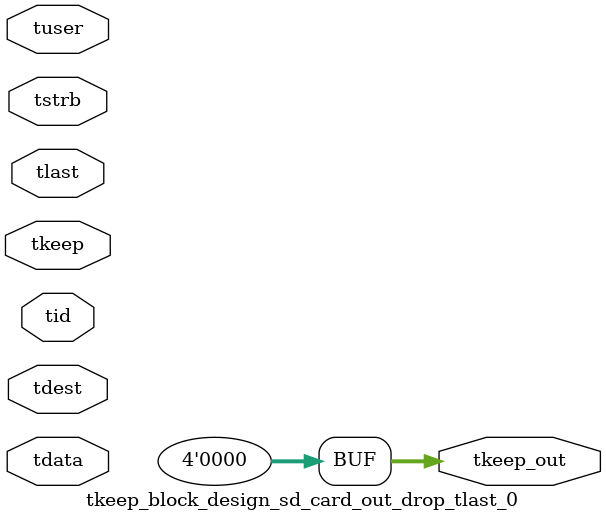
<source format=v>


`timescale 1ps/1ps

module tkeep_block_design_sd_card_out_drop_tlast_0 #
(
parameter C_S_AXIS_TDATA_WIDTH = 32,
parameter C_S_AXIS_TUSER_WIDTH = 0,
parameter C_S_AXIS_TID_WIDTH   = 0,
parameter C_S_AXIS_TDEST_WIDTH = 0,
parameter C_M_AXIS_TDATA_WIDTH = 32
)
(
input  [(C_S_AXIS_TDATA_WIDTH == 0 ? 1 : C_S_AXIS_TDATA_WIDTH)-1:0     ] tdata,
input  [(C_S_AXIS_TUSER_WIDTH == 0 ? 1 : C_S_AXIS_TUSER_WIDTH)-1:0     ] tuser,
input  [(C_S_AXIS_TID_WIDTH   == 0 ? 1 : C_S_AXIS_TID_WIDTH)-1:0       ] tid,
input  [(C_S_AXIS_TDEST_WIDTH == 0 ? 1 : C_S_AXIS_TDEST_WIDTH)-1:0     ] tdest,
input  [(C_S_AXIS_TDATA_WIDTH/8)-1:0 ] tkeep,
input  [(C_S_AXIS_TDATA_WIDTH/8)-1:0 ] tstrb,
input                                                                    tlast,
output [(C_M_AXIS_TDATA_WIDTH/8)-1:0 ] tkeep_out
);

assign tkeep_out = {1'b0};

endmodule


</source>
